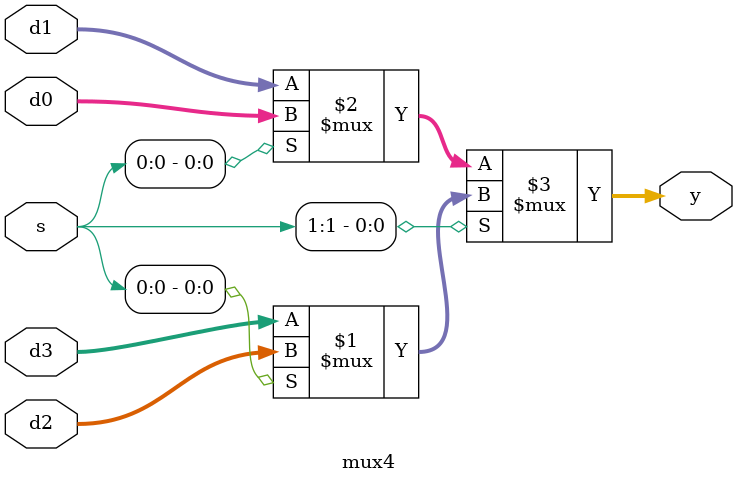
<source format=sv>
module mux4(input logic[3:0]d0,d1,d2,d3,input logic [1:0] s,output logic[3:0] y);
assign y=s[1]?(s[0]?d2:d3):(s[0]?d0:d1);
endmodule
</source>
